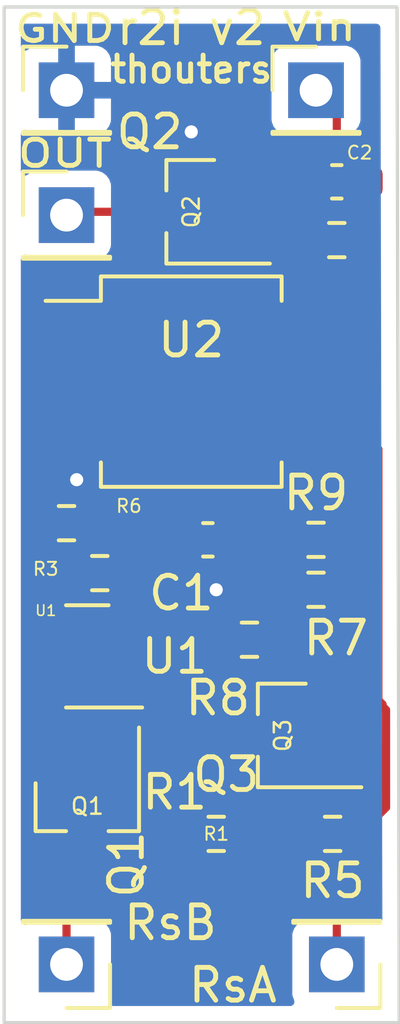
<source format=kicad_pcb>
(kicad_pcb (version 20211014) (generator pcbnew)
  (layers (0 "F.Cu" signal) (31 "B.Cu" signal) (34 "B.Paste" user) (35 "F.Paste" user) (36 "B.SilkS" user "B.Silkscreen") (37 "F.SilkS" user "F.Silkscreen") (38 "B.Mask" user) (39 "F.Mask" user) (44 "Edge.Cuts" user))
  (net 0 "")
  (net 1 "GND")
  (net 2 "Net-(Q1-Pad1)")
  (net 3 "Net-(Q1-Pad2)")
  (net 4 "Net-(Q1-Pad3)")
  (net 5 "Net-(Q2-Pad2)")
  (net 6 "Net-(Q2-Pad3)")
  (net 7 "Net-(Q3-Pad1)")
  (net 8 "Net-(R2-Pad1)")
  (net 9 "+12V")
  (net 10 "Net-(R3-Pad2)")
  (net 11 "Net-(Q2-Pad1)")
  (net 12 "+9V")
  (net 13 "Net-(R7-Pad1)")
  (net 14 "Net-(R7-Pad2)")
  (footprint "Resistor_SMD:R_0603_1608Metric" (layer "F.Cu") (at 106.68 82.296)
    (fp_text reference "R9" (at 0 -1.43) (layer "F.SilkS"))
    (fp_text value "1k" hide)
    (fp_line (start -0.237258 0.5225) (end 0.237258 0.5225) (layer "F.SilkS") (width 0.12))
    (fp_line (start -0.237258 -0.5225) (end 0.237258 -0.5225) (layer "F.SilkS") (width 0.12))
    (pad "1" smd roundrect (at -0.825 0) (size 0.8 0.95) (layers "F.Cu" "F.Paste" "F.Mask") (net 9 "+12V"))
    (pad "2" smd roundrect (at 0.825 0) (size 0.8 0.95) (layers "F.Cu" "F.Paste" "F.Mask") (net 13 "Net-(R7-Pad1)"))
  )
  (footprint "Resistor_SMD:R_0603_1608Metric" (layer "F.Cu") (at 107.315 73.152 180)
    (fp_text reference "R4" hide)
    (fp_text value "100" hide)
    (fp_line (start -0.237258 0.5225) (end 0.237258 0.5225) (layer "F.SilkS") (width 0.12))
    (fp_line (start -0.237258 -0.5225) (end 0.237258 -0.5225) (layer "F.SilkS") (width 0.12))
    (pad "1" smd roundrect (at -0.825 0 180) (size 0.8 0.95) (layers "F.Cu" "F.Paste" "F.Mask") (net 12 "+9V"))
    (pad "2" smd roundrect (at 0.825 0 180) (size 0.8 0.95) (layers "F.Cu" "F.Paste" "F.Mask") (net 5 "Net-(Q2-Pad2)"))
  )
  (footprint "Resistor_SMD:R_0603_1608Metric" (layer "F.Cu") (at 106.68 83.82 180)
    (fp_text reference "R7" (at -0.6096 -1.4732) (layer "F.SilkS"))
    (fp_text value "1k8" hide)
    (fp_line (start -0.237258 -0.5225) (end 0.237258 -0.5225) (layer "F.SilkS") (width 0.12))
    (fp_line (start -0.237258 0.5225) (end 0.237258 0.5225) (layer "F.SilkS") (width 0.12))
    (pad "1" smd roundrect (at -0.825 0 180) (size 0.8 0.95) (layers "F.Cu" "F.Paste" "F.Mask") (net 13 "Net-(R7-Pad1)"))
    (pad "2" smd roundrect (at 0.825 0 180) (size 0.8 0.95) (layers "F.Cu" "F.Paste" "F.Mask") (net 14 "Net-(R7-Pad2)"))
  )
  (footprint "Resistor_SMD:R_0603_1608Metric" (layer "F.Cu") (at 100.076 83.312)
    (fp_text reference "R3" (at -1.651 -0.127) (layer "F.SilkS") (effects (font (size 0.4 0.4) (thickness 0.06))))
    (fp_text value "1k" hide)
    (fp_line (start -0.237258 0.5225) (end 0.237258 0.5225) (layer "F.SilkS") (width 0.12))
    (fp_line (start -0.237258 -0.5225) (end 0.237258 -0.5225) (layer "F.SilkS") (width 0.12))
    (pad "1" smd roundrect (at -0.825 0) (size 0.8 0.95) (layers "F.Cu" "F.Paste" "F.Mask") (net 3 "Net-(Q1-Pad2)"))
    (pad "2" smd roundrect (at 0.825 0) (size 0.8 0.95) (layers "F.Cu" "F.Paste" "F.Mask") (net 10 "Net-(R3-Pad2)"))
  )
  (footprint "Connector_PinHeader_2.54mm:PinHeader_1x01_P2.54mm_Vertical" (layer "F.Cu") (at 99.06 72.39)
    (fp_text reference "TP2" hide)
    (fp_text value "CurrentLoopOut" hide)
    (fp_text user "OUT" (at -0.0508 -1.8796) (layer "F.SilkS") (effects (font (size 0.8 1))))
    (fp_line (start -1.33 -1.33) (end 0 -1.33) (layer "F.SilkS") (width 0.12))
    (fp_line (start -1.33 1.27) (end -1.33 1.33) (layer "F.SilkS") (width 0.12))
    (fp_line (start 1.33 1.27) (end 1.33 1.33) (layer "F.SilkS") (width 0.12))
    (fp_line (start -1.33 1.27) (end 1.33 1.27) (layer "F.SilkS") (width 0.12))
    (fp_line (start -1.33 1.33) (end 1.33 1.33) (layer "F.SilkS") (width 0.12))
    (fp_line (start -1.33 0) (end -1.33 -1.33) (layer "F.SilkS") (width 0.12))
    (pad "1" thru_hole rect (at 0 0) (size 1.7 1.7) (drill 1) (layers *.Cu *.Mask) (net 6 "Net-(Q2-Pad3)"))
  )
  (footprint "Package_TO_SOT_SMD:SOT-23_Handsoldering" (layer "F.Cu") (at 102.87 72.2884 180)
    (fp_text reference "Q2" (at 1.27 2.4384) (layer "F.SilkS"))
    (fp_text value "MMBT3906" hide)
    (fp_text user "${REFERENCE}" (at 0 0 90) (layer "F.SilkS") (effects (font (size 0.5 0.5) (thickness 0.075))))
    (fp_line (start 0.76 1.58) (end -0.7 1.58) (layer "F.SilkS") (width 0.12))
    (fp_line (start 0.76 -1.58) (end -2.4 -1.58) (layer "F.SilkS") (width 0.12))
    (fp_line (start 0.76 1.58) (end 0.76 0.65) (layer "F.SilkS") (width 0.12))
    (fp_line (start 0.76 -1.58) (end 0.76 -0.65) (layer "F.SilkS") (width 0.12))
    (pad "1" smd rect (at -1.5 -0.95 180) (size 1.9 0.8) (layers "F.Cu" "F.Paste" "F.Mask") (net 11 "Net-(Q2-Pad1)"))
    (pad "2" smd rect (at -1.5 0.95 180) (size 1.9 0.8) (layers "F.Cu" "F.Paste" "F.Mask") (net 5 "Net-(Q2-Pad2)"))
    (pad "3" smd rect (at 1.5 0 180) (size 1.9 0.8) (layers "F.Cu" "F.Paste" "F.Mask") (net 6 "Net-(Q2-Pad3)"))
  )
  (footprint "Connector_PinHeader_2.54mm:PinHeader_1x01_P2.54mm_Vertical" (layer "F.Cu") (at 99.06 68.58)
    (fp_text reference "TP3" hide)
    (fp_text value "GND" hide)
    (fp_text user "GND" (at -0.0508 -1.8796 180) (layer "F.SilkS") (effects (font (size 0.8 1))))
    (fp_line (start -1.33 1.27) (end 1.33 1.27) (layer "F.SilkS") (width 0.12))
    (fp_line (start -1.33 1.27) (end -1.33 1.33) (layer "F.SilkS") (width 0.12))
    (fp_line (start -1.33 0) (end -1.33 -1.33) (layer "F.SilkS") (width 0.12))
    (fp_line (start -1.33 -1.33) (end 0 -1.33) (layer "F.SilkS") (width 0.12))
    (fp_line (start 1.33 1.27) (end 1.33 1.33) (layer "F.SilkS") (width 0.12))
    (fp_line (start -1.33 1.33) (end 1.33 1.33) (layer "F.SilkS") (width 0.12))
    (pad "1" thru_hole rect (at 0 0) (size 1.7 1.7) (drill 1) (layers *.Cu *.Mask) (net 1 "GND"))
  )
  (footprint "Capacitor_SMD:C_0603_1608Metric_Pad1.08x0.95mm_HandSolder" (layer "F.Cu") (at 107.315 71.374 180)
    (fp_text reference "C2" (at -0.695 0.889) (layer "F.SilkS") (effects (font (size 0.4 0.4) (thickness 0.06))))
    (fp_text value "1u" hide)
    (fp_line (start -0.146267 0.51) (end 0.146267 0.51) (layer "F.SilkS") (width 0.12))
    (fp_line (start -0.146267 -0.51) (end 0.146267 -0.51) (layer "F.SilkS") (width 0.12))
    (pad "1" smd roundrect (at -0.8625 0 180) (size 1.075 0.95) (layers "F.Cu" "F.Paste" "F.Mask") (net 12 "+9V"))
    (pad "2" smd roundrect (at 0.8625 0 180) (size 1.075 0.95) (layers "F.Cu" "F.Paste" "F.Mask") (net 1 "GND"))
  )
  (footprint "Capacitor_SMD:C_0603_1608Metric_Pad1.08x0.95mm_HandSolder" (layer "F.Cu") (at 103.378 82.296 180)
    (fp_text reference "C1" (at 0.8128 -1.6256) (layer "F.SilkS"))
    (fp_text value "C")
    (fp_line (start -0.146267 0.51) (end 0.146267 0.51) (layer "F.SilkS") (width 0.12))
    (fp_line (start -0.146267 -0.51) (end 0.146267 -0.51) (layer "F.SilkS") (width 0.12))
    (pad "1" smd roundrect (at -0.8625 0 180) (size 1.075 0.95) (layers "F.Cu" "F.Paste" "F.Mask") (net 9 "+12V"))
    (pad "2" smd roundrect (at 0.8625 0 180) (size 1.075 0.95) (layers "F.Cu" "F.Paste" "F.Mask") (net 1 "GND"))
  )
  (footprint "Package_TO_SOT_SMD:SOT-23_Handsoldering" (layer "F.Cu") (at 99.695 90.424 -90)
    (fp_text reference "Q1" (at 1.778 -1.1938 90) (layer "F.SilkS"))
    (fp_text value "MMBT3904" hide)
    (fp_text user "${REFERENCE}" (at 0 0) (layer "F.SilkS") (effects (font (size 0.5 0.5) (thickness 0.075))))
    (fp_line (start 0.76 1.58) (end 0.76 0.65) (layer "F.SilkS") (width 0.12))
    (fp_line (start 0.76 -1.58) (end -2.4 -1.58) (layer "F.SilkS") (width 0.12))
    (fp_line (start 0.76 -1.58) (end 0.76 -0.65) (layer "F.SilkS") (width 0.12))
    (fp_line (start 0.76 1.58) (end -0.7 1.58) (layer "F.SilkS") (width 0.12))
    (pad "1" smd rect (at -1.5 -0.95 270) (size 1.9 0.8) (layers "F.Cu" "F.Paste" "F.Mask") (net 2 "Net-(Q1-Pad1)"))
    (pad "2" smd rect (at -1.5 0.95 270) (size 1.9 0.8) (layers "F.Cu" "F.Paste" "F.Mask") (net 3 "Net-(Q1-Pad2)"))
    (pad "3" smd rect (at 1.5 0 270) (size 1.9 0.8) (layers "F.Cu" "F.Paste" "F.Mask") (net 4 "Net-(Q1-Pad3)"))
  )
  (footprint "Package_TO_SOT_SMD:SOT-23_Handsoldering" (layer "F.Cu") (at 105.664 88.265 180)
    (fp_text reference "Q3" (at 1.7272 -1.1938) (layer "F.SilkS"))
    (fp_text value "MMBT3904" hide)
    (fp_text user "${REFERENCE}" (at 0 0 90) (layer "F.SilkS") (effects (font (size 0.5 0.5) (thickness 0.075))))
    (fp_line (start 0.76 -1.58) (end -2.4 -1.58) (layer "F.SilkS") (width 0.12))
    (fp_line (start 0.76 1.58) (end 0.76 0.65) (layer "F.SilkS") (width 0.12))
    (fp_line (start 0.76 1.58) (end -0.7 1.58) (layer "F.SilkS") (width 0.12))
    (fp_line (start 0.76 -1.58) (end 0.76 -0.65) (layer "F.SilkS") (width 0.12))
    (pad "1" smd rect (at -1.5 -0.95 180) (size 1.9 0.8) (layers "F.Cu" "F.Paste" "F.Mask") (net 7 "Net-(Q3-Pad1)"))
    (pad "2" smd rect (at -1.5 0.95 180) (size 1.9 0.8) (layers "F.Cu" "F.Paste" "F.Mask") (net 12 "+9V"))
    (pad "3" smd rect (at 1.5 0 180) (size 1.9 0.8) (layers "F.Cu" "F.Paste" "F.Mask") (net 9 "+12V"))
  )
  (footprint "Resistor_SMD:R_0603_1608Metric" (layer "F.Cu") (at 104.648 85.344 180)
    (fp_text reference "R8" (at 0.9652 -1.778) (layer "F.SilkS"))
    (fp_text value "2k2" hide)
    (fp_line (start -0.237258 -0.5225) (end 0.237258 -0.5225) (layer "F.SilkS") (width 0.12))
    (fp_line (start -0.237258 0.5225) (end 0.237258 0.5225) (layer "F.SilkS") (width 0.12))
    (pad "1" smd roundrect (at -0.825 0 180) (size 0.8 0.95) (layers "F.Cu" "F.Paste" "F.Mask") (net 14 "Net-(R7-Pad2)"))
    (pad "2" smd roundrect (at 0.825 0 180) (size 0.8 0.95) (layers "F.Cu" "F.Paste" "F.Mask") (net 1 "GND"))
  )
  (footprint "Connector_PinHeader_2.54mm:PinHeader_1x01_P2.54mm_Vertical" (layer "F.Cu") (at 107.315 95.25 180)
    (fp_text reference "TP4" hide)
    (fp_text value "RsA" (at 3.175 -0.635) (layer "F.SilkS"))
    (fp_line (start -1.33 1.33) (end 1.33 1.33) (layer "F.SilkS") (width 0.12))
    (fp_line (start -1.33 1.27) (end -1.33 1.33) (layer "F.SilkS") (width 0.12))
    (fp_line (start 1.33 1.27) (end 1.33 1.33) (layer "F.SilkS") (width 0.12))
    (fp_line (start -1.33 0) (end -1.33 -1.33) (layer "F.SilkS") (width 0.12))
    (fp_line (start -1.33 1.27) (end 1.33 1.27) (layer "F.SilkS") (width 0.12))
    (fp_line (start -1.33 -1.33) (end 0 -1.33) (layer "F.SilkS") (width 0.12))
    (pad "1" thru_hole rect (at 0 0 180) (size 1.7 1.7) (drill 1) (layers *.Cu *.Mask) (net 8 "Net-(R2-Pad1)"))
  )
  (footprint "Resistor_SMD:R_0603_1608Metric" (layer "F.Cu") (at 107.188 91.2675 180)
    (fp_text reference "R5" (at 0 -1.43) (layer "F.SilkS"))
    (fp_text value "200" hide)
    (fp_line (start -0.237258 0.5225) (end 0.237258 0.5225) (layer "F.SilkS") (width 0.12))
    (fp_line (start -0.237258 -0.5225) (end 0.237258 -0.5225) (layer "F.SilkS") (width 0.12))
    (pad "1" smd roundrect (at -0.825 0 180) (size 0.8 0.95) (layers "F.Cu" "F.Paste" "F.Mask") (net 12 "+9V"))
    (pad "2" smd roundrect (at 0.825 0 180) (size 0.8 0.95) (layers "F.Cu" "F.Paste" "F.Mask") (net 8 "Net-(R2-Pad1)"))
  )
  (footprint "Package_TO_SOT_SMD:SOT-23" (layer "F.Cu") (at 99.695 85.852 180)
    (fp_text reference "U1" (at -2.667 0) (layer "F.SilkS"))
    (fp_text value "TL431DBZ" hide)
    (fp_text user "${REFERENCE}" (at 1.27 1.397) (layer "F.SilkS") (effects (font (size 0.32 0.32) (thickness 0.05))))
    (fp_line (start 0 -1.56) (end -1.675 -1.56) (layer "F.SilkS") (width 0.12))
    (fp_line (start 0 1.56) (end 0.65 1.56) (layer "F.SilkS") (width 0.12))
    (fp_line (start 0 -1.56) (end 0.65 -1.56) (layer "F.SilkS") (width 0.12))
    (fp_line (start 0 1.56) (end -0.65 1.56) (layer "F.SilkS") (width 0.12))
    (pad "1" smd roundrect (at -0.9375 -0.95 180) (size 1.475 0.6) (layers "F.Cu" "F.Paste" "F.Mask") (net 2 "Net-(Q1-Pad1)"))
    (pad "2" smd roundrect (at -0.9375 0.95 180) (size 1.475 0.6) (layers "F.Cu" "F.Paste" "F.Mask") (net 3 "Net-(Q1-Pad2)"))
    (pad "3" smd roundrect (at 0.9375 0 180) (size 1.475 0.6) (layers "F.Cu" "F.Paste" "F.Mask") (net 1 "GND"))
  )
  (footprint "Connector_PinHeader_2.54mm:PinHeader_1x01_P2.54mm_Vertical" (layer "F.Cu") (at 106.68 68.58)
    (fp_text reference "TP1" hide)
    (fp_text value "Vin" (at 0.1016 -1.9304 180) (layer "F.SilkS") (effects (font (size 0.8 1))))
    (fp_line (start -1.33 0) (end -1.33 -1.33) (layer "F.SilkS") (width 0.12))
    (fp_line (start -1.33 -1.33) (end 0 -1.33) (layer "F.SilkS") (width 0.12))
    (fp_line (start 1.33 1.27) (end 1.33 1.33) (layer "F.SilkS") (width 0.12))
    (fp_line (start -1.33 1.33) (end 1.33 1.33) (layer "F.SilkS") (width 0.12))
    (fp_line (start -1.33 1.27) (end 1.33 1.27) (layer "F.SilkS") (width 0.12))
    (fp_line (start -1.33 1.27) (end -1.33 1.33) (layer "F.SilkS") (width 0.12))
    (pad "1" thru_hole rect (at 0 0) (size 1.7 1.7) (drill 1) (layers *.Cu *.Mask) (net 9 "+12V"))
  )
  (footprint "Package_SO:SO-8_5.3x6.2mm_P1.27mm" (layer "F.Cu") (at 102.87 77.47)
    (fp_text reference "U2" (at 0 -1.27) (layer "F.SilkS"))
    (fp_text value "LM358" hide)
    (fp_line (start -2.76 3.21) (end -2.76 2.465) (layer "F.SilkS") (width 0.12))
    (fp_line (start 0 -3.21) (end 2.76 -3.21) (layer "F.SilkS") (width 0.12))
    (fp_line (start 0 -3.21) (end -2.76 -3.21) (layer "F.SilkS") (width 0.12))
    (fp_line (start -2.76 -2.465) (end -4.45 -2.465) (layer "F.SilkS") (width 0.12))
    (fp_line (start 2.76 3.21) (end 2.76 2.465) (layer "F.SilkS") (width 0.12))
    (fp_line (start 0 3.21) (end 2.76 3.21) (layer "F.SilkS") (width 0.12))
    (fp_line (start -2.76 -3.21) (end -2.76 -2.465) (layer "F.SilkS") (width 0.12))
    (fp_line (start 0 3.21) (end -2.76 3.21) (layer "F.SilkS") (width 0.12))
    (fp_line (start 2.76 -3.21) (end 2.76 -2.465) (layer "F.SilkS") (width 0.12))
    (pad "1" smd roundrect (at -3.5 -1.905) (size 1.9 0.6) (layers "F.Cu" "F.Paste" "F.Mask") (net 11 "Net-(Q2-Pad1)"))
    (pad "2" smd roundrect (at -3.5 -0.635) (size 1.9 0.6) (layers "F.Cu" "F.Paste" "F.Mask") (net 5 "Net-(Q2-Pad2)"))
    (pad "3" smd roundrect (at -3.5 0.635) (size 1.9 0.6) (layers "F.Cu" "F.Paste" "F.Mask") (net 4 "Net-(Q1-Pad3)"))
    (pad "4" smd roundrect (at -3.5 1.905) (size 1.9 0.6) (layers "F.Cu" "F.Paste" "F.Mask") (net 1 "GND"))
    (pad "5" smd roundrect (at 3.5 1.905) (size 1.9 0.6) (layers "F.Cu" "F.Paste" "F.Mask") (net 13 "Net-(R7-Pad1)"))
    (pad "6" smd roundrect (at 3.5 0.635) (size 1.9 0.6) (layers "F.Cu" "F.Paste" "F.Mask") (net 12 "+9V"))
    (pad "7" smd roundrect (at 3.5 -0.635) (size 1.9 0.6) (layers "F.Cu" "F.Paste" "F.Mask") (net 7 "Net-(Q3-Pad1)"))
    (pad "8" smd roundrect (at 3.5 -1.905) (size 1.9 0.6) (layers "F.Cu" "F.Paste" "F.Mask") (net 9 "+12V"))
  )
  (footprint "Connector_PinHeader_2.54mm:PinHeader_1x01_P2.54mm_Vertical" (layer "F.Cu") (at 99.06 95.25 180)
    (fp_text reference "TP5" hide)
    (fp_text value "RsB" (at -3.175 1.27) (layer "F.SilkS"))
    (fp_line (start 1.33 1.27) (end 1.33 1.33) (layer "F.SilkS") (width 0.12))
    (fp_line (start -1.33 1.27) (end 1.33 1.27) (layer "F.SilkS") (width 0.12))
    (fp_line (start -1.33 1.27) (end -1.33 1.33) (layer "F.SilkS") (width 0.12))
    (fp_line (start -1.33 0) (end -1.33 -1.33) (layer "F.SilkS") (width 0.12))
    (fp_line (start -1.33 -1.33) (end 0 -1.33) (layer "F.SilkS") (width 0.12))
    (fp_line (start -1.33 1.33) (end 1.33 1.33) (layer "F.SilkS") (width 0.12))
    (pad "1" thru_hole rect (at 0 0 180) (size 1.7 1.7) (drill 1) (layers *.Cu *.Mask) (net 4 "Net-(Q1-Pad3)"))
  )
  (footprint "Resistor_SMD:R_0603_1608Metric" (layer "F.Cu") (at 103.632 91.2675 180)
    (fp_text reference "R1" (at 1.27 1.27) (layer "F.SilkS"))
    (fp_text value "10k" hide)
    (fp_text user "${REFERENCE}" (at 0 0) (layer "F.SilkS") (effects (font (size 0.4 0.4) (thickness 0.06))))
    (fp_line (start -0.237258 0.5225) (end 0.237258 0.5225) (layer "F.SilkS") (width 0.12))
    (fp_line (start -0.237258 -0.5225) (end 0.237258 -0.5225) (layer "F.SilkS") (width 0.12))
    (pad "1" smd roundrect (at -0.825 0 180) (size 0.8 0.95) (layers "F.Cu" "F.Paste" "F.Mask") (net 9 "+12V"))
    (pad "2" smd roundrect (at 0.825 0 180) (size 0.8 0.95) (layers "F.Cu" "F.Paste" "F.Mask") (net 2 "Net-(Q1-Pad1)"))
  )
  (footprint "Resistor_SMD:R_0603_1608Metric" (layer "F.Cu") (at 99.06 81.788 180)
    (fp_text reference "R6" hide)
    (fp_text value "250" hide)
    (fp_text user "${REFERENCE}" (at -1.905 0.5225) (layer "F.SilkS") (effects (font (size 0.4 0.4) (thickness 0.06))))
    (fp_line (start -0.237258 0.5225) (end 0.237258 0.5225) (layer "F.SilkS") (width 0.12))
    (fp_line (start -0.237258 -0.5225) (end 0.237258 -0.5225) (layer "F.SilkS") (width 0.12))
    (pad "1" smd roundrect (at -0.825 0 180) (size 0.8 0.95) (layers "F.Cu" "F.Paste" "F.Mask") (net 10 "Net-(R3-Pad2)"))
    (pad "2" smd roundrect (at 0.825 0 180) (size 0.8 0.95) (layers "F.Cu" "F.Paste" "F.Mask") (net 1 "GND"))
  )
  (gr_line (start 109.22 95.885) (end 109.22 96.52) (layer "Edge.Cuts") (width 0.1))
  (gr_line (start 97.155 66.04) (end 97.155 97.028) (layer "Edge.Cuts") (width 0.1))
  (gr_line (start 109.22 97.028) (end 109.22 96.52) (layer "Edge.Cuts") (width 0.1))
  (gr_line (start 97.155 97.028) (end 109.22 97.028) (layer "Edge.Cuts") (width 0.1))
  (gr_line (start 97.155 66.04) (end 109.155 66.04) (layer "Edge.Cuts") (width 0.1))
  (gr_line (start 109.155 66.04) (end 109.22 95.885) (layer "Edge.Cuts") (width 0.1))
  (gr_text "r2i v2" (at 102.87 66.675) (layer "F.SilkS") (effects (font (size 1 1))))
  (gr_text "thouters" (at 102.87 67.945) (layer "F.SilkS") (effects (font (size 0.8 0.8))))
  (segment (start 102.5155 82.296) (end 102.5155 82.7035) (width 0.25) (layer "F.Cu") (net 1))
  (segment (start 97.97548 78.331552) (end 97.97548 75.338448) (width 0.25) (layer "F.Cu") (net 1))
  (segment (start 99.06 68.58) (end 101.6 68.58) (width 0.25) (layer "F.Cu") (net 1))
  (segment (start 99.37 79.375) (end 99.018928 79.375) (width 0.25) (layer "F.Cu") (net 1))
  (segment (start 106.4525 71.374) (end 104.9285 69.85) (width 0.25) (layer "F.Cu") (net 1))
  (segment (start 99.37 80.78) (end 98.235 81.915) (width 0.25) (layer "F.Cu") (net 1))
  (segment (start 101.6 68.58) (end 102.87 69.85) (width 0.25) (layer "F.Cu") (net 1))
  (segment (start 104.9285 69.85) (end 102.87 69.85) (width 0.25) (layer "F.Cu") (net 1))
  (segment (start 99.37 79.375) (end 99.37 80.462) (width 0.25) (layer "F.Cu") (net 1))
  (segment (start 99.018928 74.295) (end 101.6 74.295) (width 0.25) (layer "F.Cu") (net 1))
  (segment (start 102.5155 82.7035) (end 103.632 83.82) (width 0.25) (layer "F.Cu") (net 1))
  (segment (start 98.235 85.2025) (end 98.7575 85.725) (width 0.25) (layer "F.Cu") (net 1))
  (segment (start 99.018928 79.375) (end 97.97548 78.331552) (width 0.25) (layer "F.Cu") (net 1))
  (segment (start 103.823 85.344) (end 103.823 84.011) (width 0.25) (layer "F.Cu") (net 1))
  (segment (start 103.823 84.011) (end 103.632 83.82) (width 0.25) (layer "F.Cu") (net 1))
  (segment (start 97.97548 75.338448) (end 99.018928 74.295) (width 0.25) (layer "F.Cu") (net 1))
  (segment (start 101.6 74.295) (end 102.87 73.025) (width 0.25) (layer "F.Cu") (net 1))
  (segment (start 99.37 80.462) (end 99.37 80.78) (width 0.25) (layer "F.Cu") (net 1))
  (segment (start 98.235 81.915) (end 98.235 85.2025) (width 0.25) (layer "F.Cu") (net 1))
  (segment (start 102.87 73.025) (end 102.87 69.85) (width 0.25) (layer "F.Cu") (net 1))
  (via (at 103.632 83.82) (size 0.8) (drill 0.4) (layers "F.Cu" "B.Cu") (net 1))
  (via (at 99.37 80.462) (size 0.8) (drill 0.4) (layers "F.Cu" "B.Cu") (net 1))
  (via (at 102.87 69.85) (size 0.8) (drill 0.4) (layers "F.Cu" "B.Cu") (net 1))
  (segment (start 100.645 88.67) (end 100.645 89.1055) (width 0.25) (layer "F.Cu") (net 2))
  (segment (start 100.645 89.1055) (end 102.807 91.2675) (width 0.25) (layer "F.Cu") (net 2))
  (segment (start 100.6325 86.675) (end 100.6325 88.6575) (width 0.25) (layer "F.Cu") (net 2))
  (segment (start 98.745 87.280928) (end 100.6325 85.393428) (width 0.25) (layer "F.Cu") (net 3))
  (segment (start 100.015 84.775) (end 100.6325 84.775) (width 0.25) (layer "F.Cu") (net 3))
  (segment (start 99.251 83.312) (end 99.251 84.011) (width 0.25) (layer "F.Cu") (net 3))
  (segment (start 100.6325 85.393428) (end 100.6325 84.902) (width 0.25) (layer "F.Cu") (net 3))
  (segment (start 99.251 84.011) (end 100.015 84.775) (width 0.25) (layer "F.Cu") (net 3))
  (segment (start 98.745 88.67) (end 98.745 87.280928) (width 0.25) (layer "F.Cu") (net 3))
  (segment (start 102.108 88.392) (end 103.632 89.916) (width 0.25) (layer "F.Cu") (net 4))
  (segment (start 99.695 92.71) (end 99.695 91.924) (width 0.25) (layer "F.Cu") (net 4))
  (segment (start 99.06 93.345) (end 99.695 92.71) (width 0.25) (layer "F.Cu") (net 4))
  (segment (start 100.457 78.105) (end 101.62552 79.27352) (width 0.25) (layer "F.Cu") (net 4))
  (segment (start 102.108 84.582) (end 102.108 88.392) (width 0.25) (layer "F.Cu") (net 4))
  (segment (start 102.87 92.71) (end 99.695 92.71) (width 0.25) (layer "F.Cu") (net 4))
  (segment (start 99.06 95.25) (end 99.06 93.345) (width 0.25) (layer "F.Cu") (net 4))
  (segment (start 103.632 89.916) (end 103.632 91.948) (width 0.25) (layer "F.Cu") (net 4))
  (segment (start 101.62552 79.27352) (end 101.62552 84.09952) (width 0.25) (layer "F.Cu") (net 4))
  (segment (start 103.632 91.948) (end 102.87 92.71) (width 0.25) (layer "F.Cu") (net 4))
  (segment (start 101.62552 84.09952) (end 102.108 84.582) (width 0.25) (layer "F.Cu") (net 4))
  (segment (start 99.37 78.105) (end 100.457 78.105) (width 0.25) (layer "F.Cu") (net 4))
  (segment (start 102.87 76.835) (end 104.76452 74.94048) (width 0.25) (layer "F.Cu") (net 5))
  (segment (start 104.76452 74.94048) (end 105.39952 74.94048) (width 0.25) (layer "F.Cu") (net 5))
  (segment (start 106.49 73.85) (end 106.49 73.152) (width 0.25) (layer "F.Cu") (net 5))
  (segment (start 105.39952 74.94048) (end 106.49 73.85) (width 0.25) (layer "F.Cu") (net 5))
  (segment (start 104.6764 71.3384) (end 106.49 73.152) (width 0.25) (layer "F.Cu") (net 5))
  (segment (start 99.37 76.835) (end 102.87 76.835) (width 0.25) (layer "F.Cu") (net 5))
  (segment (start 104.37 71.3384) (end 104.6764 71.3384) (width 0.25) (layer "F.Cu") (net 5))
  (segment (start 101.37 72.2884) (end 99.1616 72.2884) (width 0.25) (layer "F.Cu") (net 6))
  (segment (start 99.1616 72.2884) (end 99.06 72.39) (width 0.25) (layer "F.Cu") (net 6))
  (segment (start 106.37 76.835) (end 105.537 76.835) (width 0.25) (layer "F.Cu") (net 7))
  (segment (start 104.775 79.401072) (end 105.373448 79.99952) (width 0.25) (layer "F.Cu") (net 7))
  (segment (start 105.537 76.835) (end 104.775 77.597) (width 0.25) (layer "F.Cu") (net 7))
  (segment (start 106.487 89.215) (end 105.664 88.392) (width 0.25) (layer "F.Cu") (net 7))
  (segment (start 104.775 77.597) (end 104.775 79.401072) (width 0.25) (layer "F.Cu") (net 7))
  (segment (start 105.373448 79.99952) (end 105.39952 79.99952) (width 0.25) (layer "F.Cu") (net 7))
  (segment (start 105.664 88.392) (end 105.664 86.741) (width 0.25) (layer "F.Cu") (net 7))
  (segment (start 107.164 89.215) (end 106.487 89.215) (width 0.25) (layer "F.Cu") (net 7))
  (segment (start 105.39952 79.99952) (end 106.68452 81.28452) (width 0.25) (layer "F.Cu") (net 7))
  (segment (start 106.68452 81.28452) (end 106.68452 84.83148) (width 0.25) (layer "F.Cu") (net 7))
  (segment (start 106.68452 85.72048) (end 106.68452 84.83148) (width 0.25) (layer "F.Cu") (net 7))
  (segment (start 105.664 86.741) (end 106.68452 85.72048) (width 0.25) (layer "F.Cu") (net 7))
  (segment (start 106.363 91.2675) (end 107.315 92.2195) (width 0.25) (layer "F.Cu") (net 8))
  (segment (start 107.315 92.2195) (end 107.315 95.25) (width 0.25) (layer "F.Cu") (net 8))
  (segment (start 104.457 88.558) (end 104.457 91.2675) (width 0.25) (layer "F.Cu") (net 9))
  (segment (start 104.648 88.138) (end 104.648 82.7035) (width 0.25) (layer "F.Cu") (net 9))
  (segment (start 104.164 88.265) (end 104.457 88.558) (width 0.25) (layer "F.Cu") (net 9))
  (segment (start 104.648 82.7035) (end 104.2405 82.296) (width 0.25) (layer "F.Cu") (net 9))
  (segment (start 105.396964 75.565) (end 104.14 76.821964) (width 0.25) (layer "F.Cu") (net 9))
  (segment (start 104.14 82.1955) (end 104.2405 82.296) (width 0.25) (layer "F.Cu") (net 9))
  (segment (start 105.855 82.296) (end 104.2405 82.296) (width 0.25) (layer "F.Cu") (net 9))
  (segment (start 106.68 68.58) (end 107.315 69.215) (width 0.25) (layer "F.Cu") (net 9))
  (segment (start 104.291 88.138) (end 104.648 88.138) (width 0.25) (layer "F.Cu") (net 9))
  (segment (start 104.14 76.821964) (end 104.14 82.1955) (width 0.25) (layer "F.Cu") (net 9))
  (segment (start 107.315 69.215) (end 107.315 75.36748) (width 0.25) (layer "F.Cu") (net 9))
  (segment (start 106.37 75.565) (end 105.396964 75.565) (width 0.25) (layer "F.Cu") (net 9))
  (segment (start 104.164 88.265) (end 104.291 88.138) (width 0.25) (layer "F.Cu") (net 9))
  (segment (start 100.584 81.788) (end 100.901 82.105) (width 0.25) (layer "F.Cu") (net 10))
  (segment (start 99.885 81.788) (end 100.584 81.788) (width 0.25) (layer "F.Cu") (net 10))
  (segment (start 100.901 82.105) (end 100.901 83.312) (width 0.25) (layer "F.Cu") (net 10))
  (segment (start 99.37 75.565) (end 102.0434 75.565) (width 0.25) (layer "F.Cu") (net 11))
  (segment (start 102.0434 75.565) (end 104.37 73.2384) (width 0.25) (layer "F.Cu") (net 11))
  (segment (start 107.95 73.342) (end 108.14 73.152) (width 0.25) (layer "F.Cu") (net 12))
  (segment (start 108.712 87.315) (end 108.585 87.188) (width 0.25) (layer "F.Cu") (net 12))
  (segment (start 107.155059 78.105) (end 106.37 78.105) (width 0.25) (layer "F.Cu") (net 12))
  (segment (start 108.585 87.188) (end 108.585 79.534941) (width 0.25) (layer "F.Cu") (net 12))
  (segment (start 108.651 87.315) (end 107.545 87.315) (width 0.25) (layer "F.Cu") (net 12))
  (segment (start 107.95 71.58325) (end 107.95 73.19675) (width 0.25) (layer "F.Cu") (net 12))
  (segment (start 108.585 79.534941) (end 107.155059 78.105) (width 0.25) (layer "F.Cu") (net 12))
  (segment (start 107.95 77.47) (end 107.95 73.342) (width 0.25) (layer "F.Cu") (net 12))
  (segment (start 108.013 91.2675) (end 108.819511 90.460989) (width 0.25) (layer "F.Cu") (net 12))
  (segment (start 108.819511 90.460989) (end 108.819511 87.483511) (width 0.25) (layer "F.Cu") (net 12))
  (segment (start 108.819511 87.483511) (end 108.651 87.315) (width 0.25) (layer "F.Cu") (net 12))
  (segment (start 107.315 78.105) (end 107.95 77.47) (width 0.25) (layer "F.Cu") (net 12))
  (segment (start 107.545 87.315) (end 108.712 87.315) (width 0.25) (layer "F.Cu") (net 12))
  (segment (start 106.37 78.105) (end 107.315 78.105) (width 0.25) (layer "F.Cu") (net 12))
  (segment (start 107.505 82.296) (end 107.505 83.82) (width 0.25) (layer "F.Cu") (net 13))
  (segment (start 107.315 79.375) (end 106.37 79.375) (width 0.25) (layer "F.Cu") (net 13))
  (segment (start 107.505 79.565) (end 107.315 79.375) (width 0.25) (layer "F.Cu") (net 13))
  (segment (start 107.505 79.565) (end 107.505 82.296) (width 0.25) (layer "F.Cu") (net 13))
  (segment (start 105.473 84.202) (end 105.855 83.82) (width 0.25) (layer "F.Cu") (net 14))
  (segment (start 105.473 85.344) (end 105.473 84.202) (width 0.25) (layer "F.Cu") (net 14))
  (zone (net 1) (net_name "GND") (layer "B.Cu") (connect_pads (clearance 0.508)) (min_thickness 0.254) (fill yes (thermal_gap 0.508) (thermal_bridge_width 0.508))
    (polygon (pts (xy 109.22 96.52) (xy 97.028 96.52) (xy 97.028 66.04) (xy 109.22 66.04)))
  )
)
</source>
